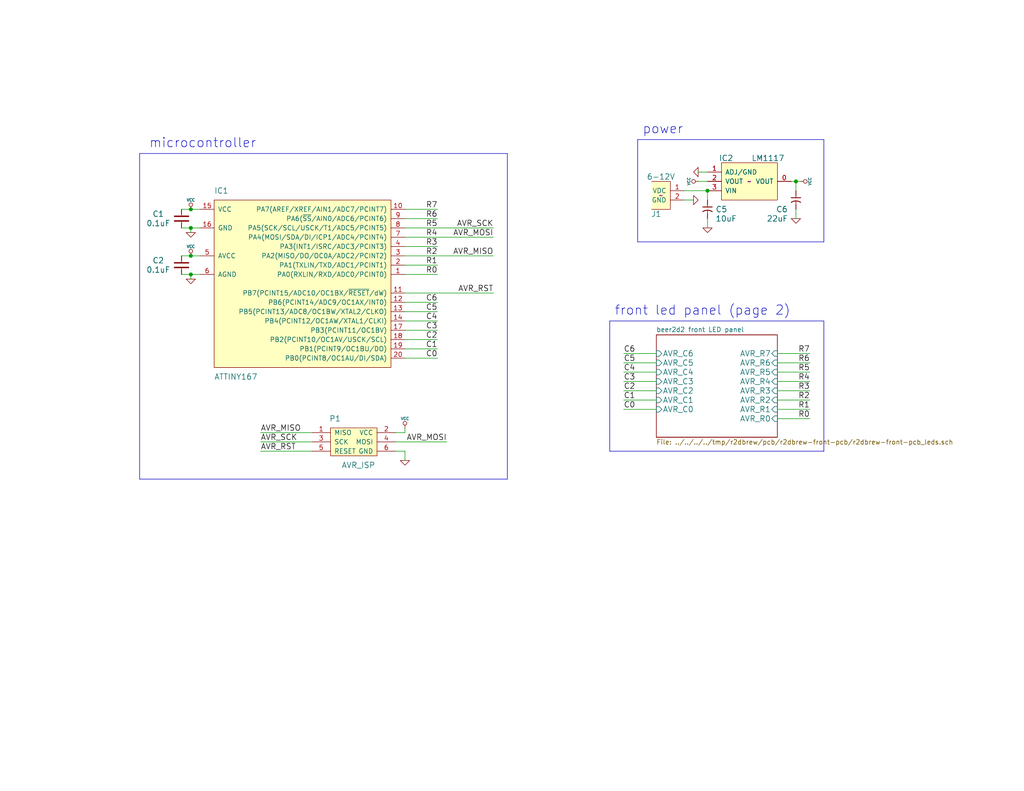
<source format=kicad_sch>
(kicad_sch (version 20230121) (generator eeschema)
  (paper "A")
  (title_block (title "r2dbrew front LED panel") (date "01 Apr 2014") (rev "0.1") (company "Wiley Cousins, LLC. for Barton Gilley") (comment 1 "shared under the terms of the Creative Commons Attribution Share-Alike 4.0 license") (comment 2 "open source hardware") (comment 3 "github.com/mcous/r2dbrew"))
  (lib_symbols
    (symbol "r2dbrew-front-pcb-rescue:ATTINY87/167_SO" (pin_names (offset 1.016))
      (property "Reference" "IC" (at -24.13 25.4 0))
      (property "Value" "ATTINY87/167_SO" (at -24.13 -25.4 0))
      (symbol "ATTINY87/167_SO_0_1"
        (rectangle (start -24.13 22.86) (end 24.13 -22.86) (fill (type background)))
      )
      (symbol "ATTINY87/167_SO_1_1"
        (pin bidirectional line (at 27.94 2.54 180) (length 3.81) (name "PA0(RXLIN/RXD/ADC0/PCINT0)") (number "1"))
        (pin bidirectional line (at 27.94 20.32 180) (length 3.81) (name "PA7(AREF/XREF/AIN1/ADC7/PCINT7)") (number "10"))
        (pin bidirectional line (at 27.94 -2.54 180) (length 3.81) (name "PB7(PCINT15/ADC10/OC1BX/~{RESET}/dW)") (number "11"))
        (pin bidirectional line (at 27.94 -5.08 180) (length 3.81) (name "PB6(PCINT14/ADC9/OC1AX/INT0)") (number "12"))
        (pin bidirectional line (at 27.94 -7.62 180) (length 3.81) (name "PB5(PCINT13/ADC8/OC1BW/XTAL2/CLKO)") (number "13"))
        (pin bidirectional line (at 27.94 -10.16 180) (length 3.81) (name "PB4(PCINT12/OC1AW/XTAL1/CLKI)") (number "14"))
        (pin power_in line (at -27.94 20.32 0) (length 3.81) (name "VCC") (number "15"))
        (pin power_in line (at -27.94 15.24 0) (length 3.81) (name "GND") (number "16"))
        (pin bidirectional line (at 27.94 -12.7 180) (length 3.81) (name "PB3(PCINT11/OC1BV)") (number "17"))
        (pin bidirectional line (at 27.94 -15.24 180) (length 3.81) (name "PB2(PCINT10/OC1AV/USCK/SCL)") (number "18"))
        (pin bidirectional line (at 27.94 -17.78 180) (length 3.81) (name "PB1(PCINT9/OC1BU/DO)") (number "19"))
        (pin bidirectional line (at 27.94 5.08 180) (length 3.81) (name "PA1(TXLIN/TXD/ADC1/PCINT1)") (number "2"))
        (pin bidirectional line (at 27.94 -20.32 180) (length 3.81) (name "PB0(PCINT8/OC1AU/DI/SDA)") (number "20"))
        (pin bidirectional line (at 27.94 7.62 180) (length 3.81) (name "PA2(MISO/DO/OC0A/ADC2/PCINT2)") (number "3"))
        (pin bidirectional line (at 27.94 10.16 180) (length 3.81) (name "PA3(INT1/ISRC/ADC3/PCINT3)") (number "4"))
        (pin power_in line (at -27.94 7.62 0) (length 3.81) (name "AVCC") (number "5"))
        (pin power_in line (at -27.94 2.54 0) (length 3.81) (name "AGND") (number "6"))
        (pin bidirectional line (at 27.94 12.7 180) (length 3.81) (name "PA4(MOSI/SDA/DI/ICP1/ADC4/PCINT4)") (number "7"))
        (pin bidirectional line (at 27.94 15.24 180) (length 3.81) (name "PA5(SCK/SCL/USCK/T1/ADC5/PCINT5)") (number "8"))
        (pin bidirectional line (at 27.94 17.78 180) (length 3.81) (name "PA6(~{SS}/AIN0/ADC6/PCINT6)") (number "9"))
      )
    )
    (symbol "r2dbrew-front-pcb-rescue:AVR_ISP" (pin_names (offset 1.016))
      (property "Reference" "P" (at -5.08 6.35 0))
      (property "Value" "AVR_ISP" (at 1.27 -6.35 0))
      (symbol "AVR_ISP_0_1"
        (rectangle (start -6.35 3.81) (end 6.35 -3.81) (fill (type background)))
      )
      (symbol "AVR_ISP_1_1"
        (pin input line (at -11.43 2.54 0) (length 5.08) (name "MISO") (number "1"))
        (pin power_in line (at 11.43 2.54 180) (length 5.08) (name "VCC") (number "2"))
        (pin output line (at -11.43 0 0) (length 5.08) (name "SCK") (number "3"))
        (pin output line (at 11.43 0 180) (length 5.08) (name "MOSI") (number "4"))
        (pin output line (at -11.43 -2.54 0) (length 5.08) (name "RESET") (number "5"))
        (pin power_in line (at 11.43 -2.54 180) (length 5.08) (name "GND") (number "6"))
      )
    )
    (symbol "r2dbrew-front-pcb-rescue:C" (pin_numbers hide) (pin_names (offset 1.016) hide)
      (property "Reference" "C" (at -1.905 3.175 0))
      (property "Value" "C" (at -2.54 -3.175 0))
      (symbol "C_0_1"
        (polyline (pts (xy -1.27 0) (xy -0.635 0)))
        (polyline (pts (xy -0.635 1.905) (xy -0.635 -1.905)) (stroke (width 0.381)))
        (polyline (pts (xy 0.635 0) (xy 1.27 0)))
        (polyline (pts (xy 0.635 1.905) (xy 0.635 -1.905)) (stroke (width 0.381)))
      )
      (symbol "C_1_1"
        (pin passive line (at -2.54 0 0) (length 1.27) (name "~") (number "1"))
        (pin passive line (at 2.54 0 180) (length 1.27) (name "~") (number "2"))
      )
    )
    (symbol "r2dbrew-front-pcb-rescue:C_POL" (pin_numbers hide) (pin_names (offset 1.016) hide)
      (property "Reference" "C" (at -1.397 2.413 0))
      (property "Value" "C_POL" (at 0.254 -2.667 0))
      (symbol "C_POL_0_1"
        (polyline (pts (xy -1.27 0) (xy -0.635 0)))
        (polyline (pts (xy -0.635 1.27) (xy -0.635 -1.27)) (stroke (width 0.254)))
        (polyline (pts (xy 0.254 0) (xy 0.635 0)))
        (polyline (pts (xy 1.27 0) (xy 0.635 0)))
        (arc (start 0.635 1.27) (mid 0.2505 0) (end 0.635 -1.27) (stroke (width 0.254)))
      )
      (symbol "C_POL_1_1"
        (pin passive line (at -2.54 0 0) (length 1.27) (name "~") (number "1"))
        (pin passive line (at 2.54 0 180) (length 1.27) (name "~") (number "2"))
      )
    )
    (symbol "r2dbrew-front-pcb-rescue:DCIN" (pin_names (offset 1.016))
      (property "Reference" "J" (at -1.27 8.89 0))
      (property "Value" "DCIN" (at 0 6.35 0))
      (symbol "DCIN_0_1"
        (polyline (pts (xy -2.54 3.81) (xy 2.54 3.81) (xy 2.54 -3.81) (xy -2.54 -3.81)) (fill (type background)))
      )
      (symbol "DCIN_1_1"
        (pin power_out line (at 6.35 1.27 180) (length 3.81) (name "VDC") (number "1"))
        (pin power_out line (at 6.35 -1.27 180) (length 3.81) (name "GND") (number "2"))
      )
    )
    (symbol "r2dbrew-front-pcb-rescue:GND" (power) (pin_names (offset 0))
      (symbol "GND_0_1"
        (polyline (pts (xy -1.27 0) (xy 0 -1.27) (xy 1.27 0) (xy -1.27 0)))
      )
      (symbol "GND_1_1"
        (pin power_in line (at 0 0 90) (length 0) hide (name "GND") (number "1"))
      )
    )
    (symbol "r2dbrew-front-pcb-rescue:LM1117" (pin_names (offset 1.016))
      (property "Reference" "IC" (at -5.08 10.16 0))
      (property "Value" "LM1117" (at -2.54 7.62 0))
      (symbol "LM1117_0_1"
        (rectangle (start -7.62 5.08) (end 7.62 -5.08) (fill (type background)))
      )
      (symbol "LM1117_1_1"
        (pin passive line (at 11.43 0 180) (length 3.81) (name "VOUT") (number "0"))
        (pin passive line (at -11.43 2.54 0) (length 3.81) (name "ADJ/GND") (number "1"))
        (pin power_out line (at -11.43 0 0) (length 3.81) (name "VOUT") (number "2"))
        (pin power_in line (at -11.43 -2.54 0) (length 3.81) (name "VIN") (number "3"))
      )
    )
    (symbol "r2dbrew-front-pcb-rescue:VCC" (power) (pin_names (offset 0))
      (property "Value" "VCC" (at 0 2.54 0))
      (symbol "VCC_0_0"
        (pin power_in line (at 0 0 90) (length 0) hide (name "VCC") (number "1"))
      )
      (symbol "VCC_0_1"
        (polyline (pts (xy 0 0) (xy 0 0.762) (xy 0 0.762)))
        (circle (center 0 1.27) (radius 0.508))
      )
    )
  )
  (junction (at 217.17 49.53))
  (junction (at 52.07 69.85))
  (junction (at 52.07 57.15))
  (junction (at 52.07 62.23))
  (junction (at 193.04 52.07))
  (junction (at 52.07 74.93))
  (wire (pts (xy 110.49 62.23) (xy 134.62 62.23)))
  (wire (pts (xy 52.07 62.23) (xy 54.61 62.23)))
  (wire (pts (xy 119.38 92.71) (xy 110.49 92.71)))
  (wire (pts (xy 49.53 69.85) (xy 52.07 69.85)))
  (wire (pts (xy 186.69 52.07) (xy 193.04 52.07)))
  (polyline (pts (xy 38.1 41.91) (xy 38.1 130.81)))
  (polyline (pts (xy 224.79 38.1) (xy 173.99 38.1)))
  (wire (pts (xy 190.5 49.53) (xy 193.04 49.53)))
  (wire (pts (xy 134.62 80.01) (xy 110.49 80.01)))
  (wire (pts (xy 52.07 76.2) (xy 52.07 74.93)))
  (wire (pts (xy 71.12 118.11) (xy 85.09 118.11)))
  (wire (pts (xy 110.49 125.73) (xy 110.49 123.19)))
  (wire (pts (xy 220.98 111.76) (xy 212.09 111.76)))
  (wire (pts (xy 212.09 104.14) (xy 220.98 104.14)))
  (wire (pts (xy 217.17 59.69) (xy 217.17 57.15)))
  (wire (pts (xy 52.07 63.5) (xy 52.07 62.23)))
  (wire (pts (xy 190.5 46.99) (xy 193.04 46.99)))
  (wire (pts (xy 119.38 90.17) (xy 110.49 90.17)))
  (wire (pts (xy 212.09 99.06) (xy 220.98 99.06)))
  (polyline (pts (xy 138.43 130.81) (xy 138.43 41.91)))
  (wire (pts (xy 218.44 49.53) (xy 217.17 49.53)))
  (wire (pts (xy 110.49 123.19) (xy 107.95 123.19)))
  (wire (pts (xy 170.18 109.22) (xy 179.07 109.22)))
  (wire (pts (xy 52.07 57.15) (xy 54.61 57.15)))
  (polyline (pts (xy 38.1 130.81) (xy 138.43 130.81)))
  (wire (pts (xy 193.04 52.07) (xy 193.04 54.61)))
  (wire (pts (xy 119.38 95.25) (xy 110.49 95.25)))
  (wire (pts (xy 107.95 118.11) (xy 110.49 118.11)))
  (wire (pts (xy 119.38 82.55) (xy 110.49 82.55)))
  (polyline (pts (xy 166.37 87.63) (xy 166.37 123.19)))
  (wire (pts (xy 71.12 120.65) (xy 85.09 120.65)))
  (wire (pts (xy 217.17 52.07) (xy 217.17 49.53)))
  (wire (pts (xy 193.04 62.23) (xy 193.04 59.69)))
  (wire (pts (xy 189.23 54.61) (xy 186.69 54.61)))
  (wire (pts (xy 121.92 120.65) (xy 107.95 120.65)))
  (wire (pts (xy 110.49 59.69) (xy 119.38 59.69)))
  (wire (pts (xy 110.49 69.85) (xy 134.62 69.85)))
  (wire (pts (xy 170.18 106.68) (xy 179.07 106.68)))
  (wire (pts (xy 220.98 106.68) (xy 212.09 106.68)))
  (wire (pts (xy 52.07 69.85) (xy 54.61 69.85)))
  (wire (pts (xy 119.38 87.63) (xy 110.49 87.63)))
  (wire (pts (xy 110.49 64.77) (xy 134.62 64.77)))
  (polyline (pts (xy 138.43 41.91) (xy 38.1 41.91)))
  (wire (pts (xy 212.09 109.22) (xy 220.98 109.22)))
  (polyline (pts (xy 224.79 66.04) (xy 224.79 38.1)))
  (wire (pts (xy 170.18 111.76) (xy 179.07 111.76)))
  (wire (pts (xy 220.98 96.52) (xy 212.09 96.52)))
  (wire (pts (xy 217.17 49.53) (xy 215.9 49.53)))
  (wire (pts (xy 119.38 72.39) (xy 110.49 72.39)))
  (polyline (pts (xy 224.79 123.19) (xy 224.79 87.63)))
  (wire (pts (xy 119.38 67.31) (xy 110.49 67.31)))
  (wire (pts (xy 49.53 74.93) (xy 52.07 74.93)))
  (wire (pts (xy 119.38 57.15) (xy 110.49 57.15)))
  (wire (pts (xy 49.53 57.15) (xy 52.07 57.15)))
  (polyline (pts (xy 166.37 123.19) (xy 224.79 123.19)))
  (wire (pts (xy 119.38 74.93) (xy 110.49 74.93)))
  (wire (pts (xy 71.12 123.19) (xy 85.09 123.19)))
  (polyline (pts (xy 173.99 66.04) (xy 224.79 66.04)))
  (polyline (pts (xy 224.79 87.63) (xy 166.37 87.63)))
  (polyline (pts (xy 173.99 38.1) (xy 173.99 66.04)))
  (wire (pts (xy 52.07 74.93) (xy 54.61 74.93)))
  (wire (pts (xy 119.38 97.79) (xy 110.49 97.79)))
  (wire (pts (xy 220.98 101.6) (xy 212.09 101.6)))
  (wire (pts (xy 179.07 99.06) (xy 170.18 99.06)))
  (wire (pts (xy 170.18 96.52) (xy 179.07 96.52)))
  (wire (pts (xy 119.38 85.09) (xy 110.49 85.09)))
  (wire (pts (xy 110.49 118.11) (xy 110.49 116.84)))
  (wire (pts (xy 170.18 101.6) (xy 179.07 101.6)))
  (wire (pts (xy 220.98 114.3) (xy 212.09 114.3)))
  (wire (pts (xy 170.18 104.14) (xy 179.07 104.14)))
  (wire (pts (xy 49.53 62.23) (xy 52.07 62.23)))
  (text "microcontroller" (at 40.64 40.64 0) (effects (font (size 2.54 2.54)) (justify left bottom)))
  (text "front led panel (page 2)" (at 167.64 86.36 0) (effects (font (size 2.54 2.54)) (justify left bottom)))
  (text "power" (at 175.26 36.83 0) (effects (font (size 2.54 2.54)) (justify left bottom)))
  (label "R6" (at 220.98 99.06 180) (effects (font (size 1.524 1.524))))
  (label "AVR_MISO" (at 71.12 118.11 0) (effects (font (size 1.524 1.524))))
  (label "AVR_MOSI" (at 121.92 120.65 180) (effects (font (size 1.524 1.524))))
  (label "C4" (at 119.38 87.63 180) (effects (font (size 1.524 1.524))))
  (label "AVR_RST" (at 71.12 123.19 0) (effects (font (size 1.524 1.524))))
  (label "R7" (at 220.98 96.52 180) (effects (font (size 1.524 1.524))))
  (label "R3" (at 220.98 106.68 180) (effects (font (size 1.524 1.524))))
  (label "C0" (at 170.18 111.76 0) (effects (font (size 1.524 1.524))))
  (label "C0" (at 119.38 97.79 180) (effects (font (size 1.524 1.524))))
  (label "C4" (at 170.18 101.6 0) (effects (font (size 1.524 1.524))))
  (label "R6" (at 119.38 59.69 180) (effects (font (size 1.524 1.524))))
  (label "C5" (at 119.38 85.09 180) (effects (font (size 1.524 1.524))))
  (label "AVR_MOSI" (at 134.62 64.77 180) (effects (font (size 1.524 1.524))))
  (label "R0" (at 119.38 74.93 180) (effects (font (size 1.524 1.524))))
  (label "R7" (at 119.38 57.15 180) (effects (font (size 1.524 1.524))))
  (label "AVR_MISO" (at 134.62 69.85 180) (effects (font (size 1.524 1.524))))
  (label "R5" (at 220.98 101.6 180) (effects (font (size 1.524 1.524))))
  (label "R2" (at 119.38 69.85 180) (effects (font (size 1.524 1.524))))
  (label "R0" (at 220.98 114.3 180) (effects (font (size 1.524 1.524))))
  (label "AVR_SCK" (at 71.12 120.65 0) (effects (font (size 1.524 1.524))))
  (label "R1" (at 119.38 72.39 180) (effects (font (size 1.524 1.524))))
  (label "C2" (at 119.38 92.71 180) (effects (font (size 1.524 1.524))))
  (label "C2" (at 170.18 106.68 0) (effects (font (size 1.524 1.524))))
  (label "R1" (at 220.98 111.76 180) (effects (font (size 1.524 1.524))))
  (label "C3" (at 119.38 90.17 180) (effects (font (size 1.524 1.524))))
  (label "AVR_SCK" (at 134.62 62.23 180) (effects (font (size 1.524 1.524))))
  (label "C6" (at 119.38 82.55 180) (effects (font (size 1.524 1.524))))
  (label "R3" (at 119.38 67.31 180) (effects (font (size 1.524 1.524))))
  (label "C5" (at 170.18 99.06 0) (effects (font (size 1.524 1.524))))
  (label "C3" (at 170.18 104.14 0) (effects (font (size 1.524 1.524))))
  (label "C1" (at 119.38 95.25 180) (effects (font (size 1.524 1.524))))
  (label "C6" (at 170.18 96.52 0) (effects (font (size 1.524 1.524))))
  (label "R4" (at 119.38 64.77 180) (effects (font (size 1.524 1.524))))
  (label "R2" (at 220.98 109.22 180) (effects (font (size 1.524 1.524))))
  (label "R4" (at 220.98 104.14 180) (effects (font (size 1.524 1.524))))
  (label "R5" (at 119.38 62.23 180) (effects (font (size 1.524 1.524))))
  (label "C1" (at 170.18 109.22 0) (effects (font (size 1.524 1.524))))
  (label "AVR_RST" (at 134.62 80.01 180) (effects (font (size 1.524 1.524))))
  (symbol (lib_id "r2dbrew-front-pcb-rescue:C") (at 49.53 72.39 90) (unit 1)
    (property "Reference" "C2" (at 43.18 71.12 90) (effects (font (size 1.524 1.524))))
    (property "Value" "0.1uF" (at 43.18 73.66 90) (effects (font (size 1.524 1.524))))
  )
  (symbol (lib_id "r2dbrew-front-pcb-rescue:C") (at 49.53 59.69 90) (unit 1)
    (property "Reference" "C1" (at 43.18 58.42 90) (effects (font (size 1.524 1.524))))
    (property "Value" "0.1uF" (at 43.18 60.96 90) (effects (font (size 1.524 1.524))))
  )
  (symbol (lib_id "r2dbrew-front-pcb-rescue:C_POL") (at 193.04 57.15 270) (unit 1)
    (property "Reference" "C5" (at 196.85 57.15 90) (effects (font (size 1.524 1.524))))
    (property "Value" "10uF" (at 198.12 59.69 90) (effects (font (size 1.524 1.524))))
  )
  (symbol (lib_id "r2dbrew-front-pcb-rescue:C_POL") (at 217.17 54.61 270) (unit 1)
    (property "Reference" "C6" (at 213.36 57.15 90) (effects (font (size 1.524 1.524))))
    (property "Value" "22uF" (at 212.09 59.69 90) (effects (font (size 1.524 1.524))))
  )
  (symbol (lib_id "r2dbrew-front-pcb-rescue:AVR_ISP") (at 96.52 120.65 0) (unit 1)
    (property "Reference" "P1" (at 91.44 114.3 0) (effects (font (size 1.524 1.524))))
    (property "Value" "AVR_ISP" (at 97.79 127 0) (effects (font (size 1.524 1.524))))
  )
  (symbol (lib_id "r2dbrew-front-pcb-rescue:VCC") (at 110.49 116.84 0) (unit 1)
    (property "Reference" "#PWR01" (effects hide))
    (property "Value" "VCC" (at 110.49 114.3 0) (effects (font (size 0.762 0.762))))
  )
  (symbol (lib_id "r2dbrew-front-pcb-rescue:GND") (at 110.49 125.73 0) (unit 1)
    (property "Reference" "#PWR02" (effects hide))
    (property "Value" "GND" (effects hide))
  )
  (symbol (lib_id "r2dbrew-front-pcb-rescue:DCIN") (at 180.34 53.34 0) (unit 1)
    (property "Reference" "J1" (at 179.07 58.42 0) (effects (font (size 1.524 1.524))))
    (property "Value" "6-12V" (at 180.34 48.26 0) (effects (font (size 1.524 1.524))))
    (property "Footprint" "~" (at 180.34 53.34 0) (effects (font (size 1.524 1.524))))
    (property "Datasheet" "~" (at 180.34 53.34 0) (effects (font (size 1.524 1.524))))
  )
  (symbol (lib_id "r2dbrew-front-pcb-rescue:LM1117") (at 204.47 49.53 0) (unit 1)
    (property "Reference" "IC2" (at 198.12 43.18 0) (effects (font (size 1.524 1.524))))
    (property "Value" "LM1117" (at 209.55 43.18 0) (effects (font (size 1.524 1.524))))
    (property "Footprint" "~" (at 204.47 49.53 0) (effects (font (size 1.524 1.524))))
    (property "Datasheet" "~" (at 204.47 49.53 0) (effects (font (size 1.524 1.524))))
  )
  (symbol (lib_id "r2dbrew-front-pcb-rescue:GND") (at 189.23 54.61 90) (unit 1)
    (property "Reference" "#PWR03" (effects hide))
    (property "Value" "GND" (effects hide))
  )
  (symbol (lib_id "r2dbrew-front-pcb-rescue:VCC") (at 190.5 49.53 90) (unit 1)
    (property "Reference" "#PWR04" (effects hide))
    (property "Value" "VCC" (at 187.96 49.53 0) (effects (font (size 0.762 0.762))))
  )
  (symbol (lib_id "r2dbrew-front-pcb-rescue:GND") (at 190.5 46.99 270) (unit 1)
    (property "Reference" "#PWR05" (effects hide))
    (property "Value" "GND" (effects hide))
  )
  (symbol (lib_id "r2dbrew-front-pcb-rescue:VCC") (at 218.44 49.53 270) (unit 1)
    (property "Reference" "#PWR06" (effects hide))
    (property "Value" "VCC" (at 220.98 49.53 0) (effects (font (size 0.762 0.762))))
  )
  (symbol (lib_id "r2dbrew-front-pcb-rescue:GND") (at 193.04 62.23 0) (unit 1)
    (property "Reference" "#PWR07" (effects hide))
    (property "Value" "GND" (effects hide))
  )
  (symbol (lib_id "r2dbrew-front-pcb-rescue:GND") (at 217.17 59.69 0) (unit 1)
    (property "Reference" "#PWR08" (effects hide))
    (property "Value" "GND" (effects hide))
  )
  (symbol (lib_id "r2dbrew-front-pcb-rescue:ATTINY87/167_SO") (at 82.55 77.47 0) (unit 1)
    (property "Reference" "IC1" (at 58.42 52.07 0) (effects (font (size 1.524 1.524)) (justify left)))
    (property "Value" "ATTINY167" (at 58.42 102.87 0) (effects (font (size 1.524 1.524)) (justify left)))
    (property "Manufacturer" "Atmel" (effects hide))
  )
  (symbol (lib_id "r2dbrew-front-pcb-rescue:GND") (at 52.07 63.5 0) (unit 1)
    (property "Reference" "#PWR09" (effects hide))
    (property "Value" "GND" (effects hide))
  )
  (symbol (lib_id "r2dbrew-front-pcb-rescue:VCC") (at 52.07 69.85 0) (unit 1)
    (property "Reference" "#PWR010" (effects hide))
    (property "Value" "VCC" (at 52.07 67.31 0) (effects (font (size 0.762 0.762))))
  )
  (symbol (lib_id "r2dbrew-front-pcb-rescue:GND") (at 52.07 76.2 0) (unit 1)
    (property "Reference" "#PWR011" (effects hide))
    (property "Value" "GND" (effects hide))
  )
  (symbol (lib_id "r2dbrew-front-pcb-rescue:VCC") (at 52.07 57.15 0) (unit 1)
    (property "Reference" "#PWR012" (effects hide))
    (property "Value" "VCC" (at 52.07 54.61 0) (effects (font (size 0.762 0.762))))
  )
  (sheet (at 179.07 91.44) (size 33.02 27.94)
    (property "Sheetname" "beer2d2 front LED panel" (at 179.07 90.7284 0) (effects (justify left bottom)))
    (property "Sheetfile" "../../../../tmp/r2dbrew/pcb/r2dbrew-front-pcb/r2dbrew-front-pcb_leds.sch" (at 179.07 119.9646 0) (effects (justify left top)))
    (pin "AVR_C0" input (at 179.07 111.76 180) (effects (font (size 1.524 1.524))))
    (pin "AVR_R0" input (at 212.09 114.3 0) (effects (font (size 1.524 1.524))))
    (pin "AVR_R1" input (at 212.09 111.76 0) (effects (font (size 1.524 1.524))))
    (pin "AVR_R2" input (at 212.09 109.22 0) (effects (font (size 1.524 1.524))))
    (pin "AVR_R3" input (at 212.09 106.68 0) (effects (font (size 1.524 1.524))))
    (pin "AVR_R4" input (at 212.09 104.14 0) (effects (font (size 1.524 1.524))))
    (pin "AVR_R5" input (at 212.09 101.6 0) (effects (font (size 1.524 1.524))))
    (pin "AVR_R6" input (at 212.09 99.06 0) (effects (font (size 1.524 1.524))))
    (pin "AVR_R7" input (at 212.09 96.52 0) (effects (font (size 1.524 1.524))))
    (pin "AVR_C1" input (at 179.07 109.22 180) (effects (font (size 1.524 1.524))))
    (pin "AVR_C2" input (at 179.07 106.68 180) (effects (font (size 1.524 1.524))))
    (pin "AVR_C3" input (at 179.07 104.14 180) (effects (font (size 1.524 1.524))))
    (pin "AVR_C4" input (at 179.07 101.6 180) (effects (font (size 1.524 1.524))))
    (pin "AVR_C5" input (at 179.07 99.06 180) (effects (font (size 1.524 1.524))))
    (pin "AVR_C6" input (at 179.07 96.52 180) (effects (font (size 1.524 1.524))))
  )
)
</source>
